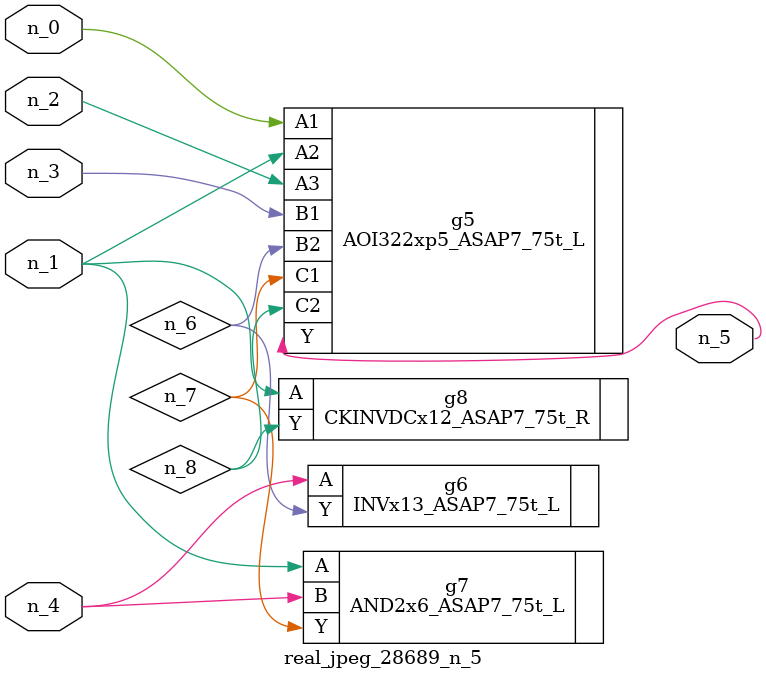
<source format=v>
module real_jpeg_28689_n_5 (n_4, n_0, n_1, n_2, n_3, n_5);

input n_4;
input n_0;
input n_1;
input n_2;
input n_3;

output n_5;

wire n_8;
wire n_6;
wire n_7;

AOI322xp5_ASAP7_75t_L g5 ( 
.A1(n_0),
.A2(n_1),
.A3(n_2),
.B1(n_3),
.B2(n_6),
.C1(n_7),
.C2(n_8),
.Y(n_5)
);

AND2x6_ASAP7_75t_L g7 ( 
.A(n_1),
.B(n_4),
.Y(n_7)
);

CKINVDCx12_ASAP7_75t_R g8 ( 
.A(n_1),
.Y(n_8)
);

INVx13_ASAP7_75t_L g6 ( 
.A(n_4),
.Y(n_6)
);


endmodule
</source>
